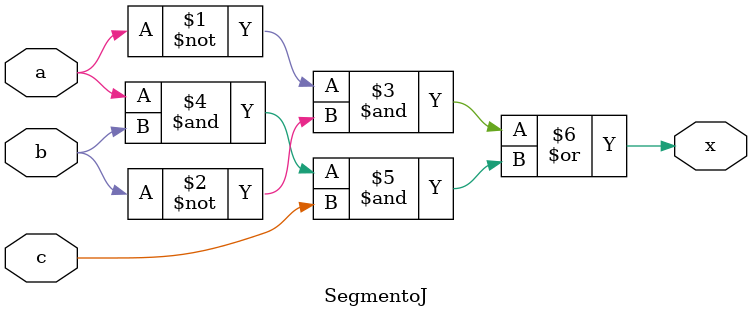
<source format=sv>
module SegmentoJ(a,b,c,x);
   input a,b,c;
  output x;
  
  assign x=(~a&~b)|(a&b&c);
  
endmodule
</source>
